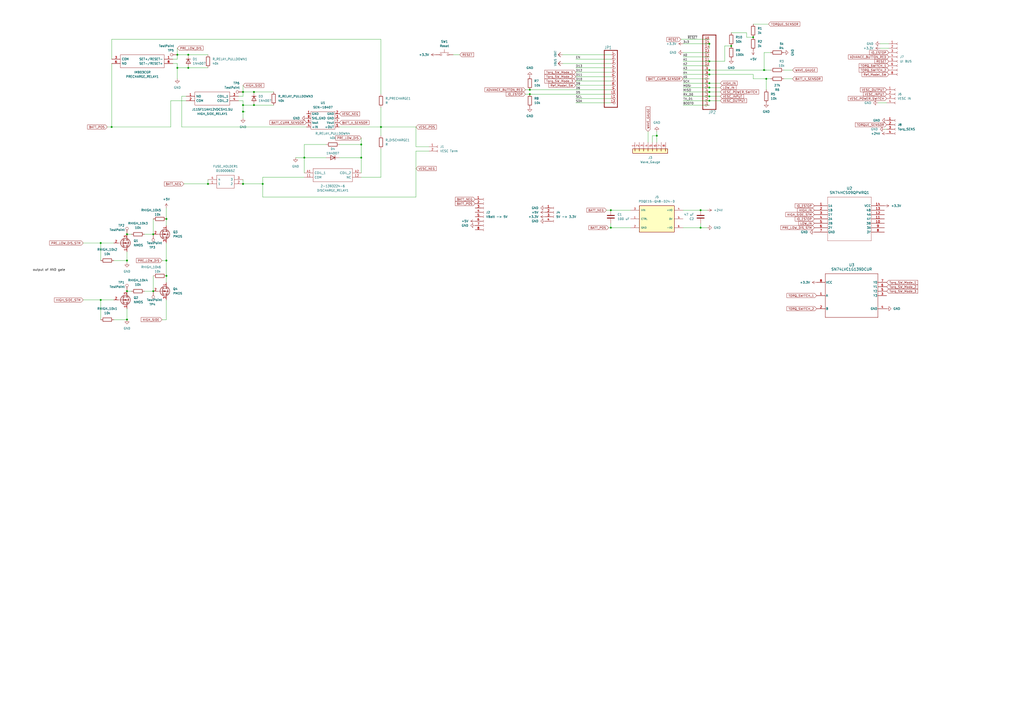
<source format=kicad_sch>
(kicad_sch (version 20230121) (generator eeschema)
  (paper "A2")
  (lib_symbols
    (symbol "+5V_1" (power) (pin_names (offset 0))
      (property "Value" "+5V_1" (at 0 3.556 0))
      (symbol "+5V_1_1_1"
        (pin power_in line (at 0 0 90) (length 0) hide (name "+5V") (number "1"))
      )
    )
    (symbol "Adafruit Feather STM32F405 Express-eagle-import:microbuilder_HEADER-1X12"
      (property "Reference" "JP" (at -6.35 18.415 0))
      (symbol "microbuilder_HEADER-1X12_1_0"
        (pin passive inverted (at -2.54 15.24 0) (length 2.54) (name "1") (number "1"))
        (pin passive inverted (at -2.54 -7.62 0) (length 2.54) (name "10") (number "10"))
        (pin passive inverted (at -2.54 -10.16 0) (length 2.54) (name "11") (number "11"))
        (pin passive inverted (at -2.54 -12.7 0) (length 2.54) (name "12") (number "12"))
        (pin passive inverted (at -2.54 12.7 0) (length 2.54) (name "2") (number "2"))
        (pin passive inverted (at -2.54 10.16 0) (length 2.54) (name "3") (number "3"))
        (pin passive inverted (at -2.54 7.62 0) (length 2.54) (name "4") (number "4"))
        (pin passive inverted (at -2.54 5.08 0) (length 2.54) (name "5") (number "5"))
        (pin passive inverted (at -2.54 2.54 0) (length 2.54) (name "6") (number "6"))
        (pin passive inverted (at -2.54 0 0) (length 2.54) (name "7") (number "7"))
        (pin passive inverted (at -2.54 -2.54 0) (length 2.54) (name "8") (number "8"))
        (pin passive inverted (at -2.54 -5.08 0) (length 2.54) (name "9") (number "9"))
      )
    )
    (symbol "Adafruit Feather STM32F405 Express-eagle-import:microbuilder_HEADER-1X16ROUND"
      (property "Reference" "JP" (at -6.35 20.955 0))
      (symbol "microbuilder_HEADER-1X16ROUND_1_0"
        (pin passive inverted (at -2.54 17.78 0) (length 2.54) (name "1") (number "1"))
        (pin passive inverted (at -2.54 -5.08 0) (length 2.54) (name "10") (number "10"))
        (pin passive inverted (at -2.54 -7.62 0) (length 2.54) (name "11") (number "11"))
        (pin passive inverted (at -2.54 -10.16 0) (length 2.54) (name "12") (number "12"))
        (pin passive inverted (at -2.54 -12.7 0) (length 2.54) (name "13") (number "13"))
        (pin passive inverted (at -2.54 -15.24 0) (length 2.54) (name "14") (number "14"))
        (pin passive inverted (at -2.54 -17.78 0) (length 2.54) (name "15") (number "15"))
        (pin passive inverted (at -2.54 -20.32 0) (length 2.54) (name "16") (number "16"))
        (pin passive inverted (at -2.54 15.24 0) (length 2.54) (name "2") (number "2"))
        (pin passive inverted (at -2.54 12.7 0) (length 2.54) (name "3") (number "3"))
        (pin passive inverted (at -2.54 10.16 0) (length 2.54) (name "4") (number "4"))
        (pin passive inverted (at -2.54 7.62 0) (length 2.54) (name "5") (number "5"))
        (pin passive inverted (at -2.54 5.08 0) (length 2.54) (name "6") (number "6"))
        (pin passive inverted (at -2.54 2.54 0) (length 2.54) (name "7") (number "7"))
        (pin passive inverted (at -2.54 0 0) (length 2.54) (name "8") (number "8"))
        (pin passive inverted (at -2.54 -2.54 0) (length 2.54) (name "9") (number "9"))
      )
    )
    (symbol "Adafruit Feather STM32F405 Express-eagle-import:microbuilder_VBAT" (power)
      (property "Value" "microbuilder_VBAT" (at -1.524 1.016 0))
      (symbol "microbuilder_VBAT_1_0"
        (pin power_in line (at 0 -2.54 90) (length 2.54) (name "VBAT") (number "1"))
      )
    )
    (symbol "Adafruit Feather STM32F405 Express-eagle-import:microbuilder_VBUS" (power)
      (property "Value" "microbuilder_VBUS" (at -1.524 1.016 0))
      (symbol "microbuilder_VBUS_1_0"
        (pin power_in line (at 0 -2.54 90) (length 2.54) (name "VBUS") (number "1"))
      )
    )
    (symbol "Connector:Conn_01x02_Socket" (pin_names (offset 1.016) hide)
      (property "Reference" "J" (at 0 2.54 0))
      (property "Value" "Conn_01x02_Socket" (at 0 -5.08 0))
      (symbol "Conn_01x02_Socket_1_1"
        (pin passive line (at -5.08 0 0) (length 3.81) (name "Pin_1") (number "1"))
        (pin passive line (at -5.08 -2.54 0) (length 3.81) (name "Pin_2") (number "2"))
      )
    )
    (symbol "Connector:Conn_01x04_Socket" (pin_names (offset 1.016) hide)
      (property "Reference" "J" (at 0 5.08 0))
      (property "Value" "Conn_01x04_Socket" (at 0 -7.62 0))
      (symbol "Conn_01x04_Socket_1_1"
        (pin passive line (at -5.08 2.54 0) (length 3.81) (name "Pin_1") (number "1"))
        (pin passive line (at -5.08 0 0) (length 3.81) (name "Pin_2") (number "2"))
        (pin passive line (at -5.08 -2.54 0) (length 3.81) (name "Pin_3") (number "3"))
        (pin passive line (at -5.08 -5.08 0) (length 3.81) (name "Pin_4") (number "4"))
      )
    )
    (symbol "Connector:Conn_01x08_Socket" (pin_names (offset 1.016) hide)
      (property "Reference" "J" (at 0 10.16 0))
      (property "Value" "Conn_01x08_Socket" (at 0 -12.7 0))
      (symbol "Conn_01x08_Socket_1_1"
        (pin passive line (at -5.08 7.62 0) (length 3.81) (name "Pin_1") (number "1"))
        (pin passive line (at -5.08 5.08 0) (length 3.81) (name "Pin_2") (number "2"))
        (pin passive line (at -5.08 2.54 0) (length 3.81) (name "Pin_3") (number "3"))
        (pin passive line (at -5.08 0 0) (length 3.81) (name "Pin_4") (number "4"))
        (pin passive line (at -5.08 -2.54 0) (length 3.81) (name "Pin_5") (number "5"))
        (pin passive line (at -5.08 -5.08 0) (length 3.81) (name "Pin_6") (number "6"))
        (pin passive line (at -5.08 -7.62 0) (length 3.81) (name "Pin_7") (number "7"))
        (pin passive line (at -5.08 -10.16 0) (length 3.81) (name "Pin_8") (number "8"))
      )
    )
    (symbol "Connector:TestPoint" (pin_numbers hide) (pin_names (offset 0.762) hide)
      (property "Reference" "TP" (at 0 6.858 0))
      (property "Value" "TestPoint" (at 0 5.08 0))
      (symbol "TestPoint_1_1"
        (pin passive line (at 0 0 90) (length 2.54) (name "1") (number "1"))
      )
    )
    (symbol "Connector_Generic:Conn_01x08" (pin_names (offset 1.016) hide)
      (property "Reference" "J" (at 0 10.16 0))
      (property "Value" "Conn_01x08" (at 0 -12.7 0))
      (symbol "Conn_01x08_1_1"
        (pin passive line (at -5.08 7.62 0) (length 3.81) (name "Pin_1") (number "1"))
        (pin passive line (at -5.08 5.08 0) (length 3.81) (name "Pin_2") (number "2"))
        (pin passive line (at -5.08 2.54 0) (length 3.81) (name "Pin_3") (number "3"))
        (pin passive line (at -5.08 0 0) (length 3.81) (name "Pin_4") (number "4"))
        (pin passive line (at -5.08 -2.54 0) (length 3.81) (name "Pin_5") (number "5"))
        (pin passive line (at -5.08 -5.08 0) (length 3.81) (name "Pin_6") (number "6"))
        (pin passive line (at -5.08 -7.62 0) (length 3.81) (name "Pin_7") (number "7"))
        (pin passive line (at -5.08 -10.16 0) (length 3.81) (name "Pin_8") (number "8"))
      )
    )
    (symbol "Device:C" (pin_numbers hide) (pin_names (offset 0.254))
      (property "Reference" "C" (at 0.635 2.54 0))
      (property "Value" "C" (at 0.635 -2.54 0))
      (symbol "C_1_1"
        (pin passive line (at 0 3.81 270) (length 2.794) (name "~") (number "1"))
        (pin passive line (at 0 -3.81 90) (length 2.794) (name "~") (number "2"))
      )
    )
    (symbol "Device:Q_PMOS_DGS" (pin_names (offset 0) hide)
      (property "Reference" "Q" (at 5.08 1.27 0))
      (property "Value" "Q_PMOS_DGS" (at 5.08 -1.27 0))
      (symbol "Q_PMOS_DGS_1_1"
        (pin passive line (at 2.54 5.08 270) (length 2.54) (name "D") (number "1"))
        (pin input line (at -5.08 0 0) (length 2.54) (name "G") (number "2"))
        (pin passive line (at 2.54 -5.08 90) (length 2.54) (name "S") (number "3"))
      )
    )
    (symbol "Device:R" (pin_numbers hide) (pin_names (offset 0))
      (property "Reference" "R" (at 2.032 0 90))
      (property "Value" "R" (at 0 0 90))
      (symbol "R_1_1"
        (pin passive line (at 0 3.81 270) (length 1.27) (name "~") (number "1"))
        (pin passive line (at 0 -3.81 90) (length 1.27) (name "~") (number "2"))
      )
    )
    (symbol "Diode:1N4007" (pin_numbers hide) (pin_names (offset 1.016) hide)
      (property "Reference" "D" (at 0 2.54 0))
      (property "Value" "1N4007" (at 0 -2.54 0))
      (symbol "1N4007_1_1"
        (pin passive line (at -3.81 0 0) (length 2.54) (name "K") (number "1"))
        (pin passive line (at 3.81 0 180) (length 2.54) (name "A") (number "2"))
      )
    )
    (symbol "GND_1" (power) (pin_names (offset 0))
      (property "Value" "GND_1" (at 0 -3.81 0))
      (symbol "GND_1_1_1"
        (pin power_in line (at 0 0 270) (length 0) hide (name "GND") (number "1"))
      )
    )
    (symbol "GND_2" (power) (pin_names (offset 0))
      (property "Value" "GND_2" (at 0 -3.81 0))
      (symbol "GND_2_1_1"
        (pin power_in line (at 0 0 270) (length 0) hide (name "GND") (number "1"))
      )
    )
    (symbol "GND_3" (power) (pin_names (offset 0))
      (property "Value" "GND_3" (at 0 -3.81 0))
      (symbol "GND_3_1_1"
        (pin power_in line (at 0 0 270) (length 0) hide (name "GND") (number "1"))
      )
    )
    (symbol "GND_6" (power) (pin_names (offset 0))
      (property "Value" "GND_6" (at 0 -3.81 0))
      (symbol "GND_6_1_1"
        (pin power_in line (at 0 0 270) (length 0) hide (name "GND") (number "1"))
      )
    )
    (symbol "GND_7" (power) (pin_names (offset 0))
      (property "Value" "GND_7" (at 0 -3.81 0))
      (symbol "GND_7_1_1"
        (pin power_in line (at 0 0 270) (length 0) hide (name "GND") (number "1"))
      )
    )
    (symbol "Kelvin's_Lib:PDQE15-Q48-D24-D" (pin_names (offset 1.016))
      (property "Reference" "PS" (at -10.16 8.382 0))
      (property "Value" "PDQE15-Q48-D24-D" (at -10.16 -10.16 0))
      (symbol "PDQE15-Q48-D24-D_0_0"
        (pin input line (at -15.24 0 0) (length 5.08) (name "CTRL") (number "1"))
        (pin power_in line (at -15.24 -5.08 0) (length 5.08) (name "GND") (number "2"))
        (pin input line (at -15.24 5.08 0) (length 5.08) (name "VIN") (number "3"))
        (pin output line (at 15.24 5.08 180) (length 5.08) (name "+VO") (number "4"))
        (pin output line (at 15.24 0 180) (length 5.08) (name "0V") (number "5"))
        (pin output line (at 15.24 -5.08 180) (length 5.08) (name "-VO") (number "6"))
      )
    )
    (symbol "MECC-Discharge-relay:2-1393224-6" (pin_names (offset 0.762))
      (property "Reference" "DISCHARGE_RELAY1" (at 16.51 -10.16 0))
      (property "Value" "2-1393224-6" (at 16.51 -7.62 0))
      (symbol "2-1393224-6_0_0"
        (pin passive line (at 0 -2.54 0) (length 5.08) (name "COM") (number "11"))
        (pin passive line (at 33.02 -2.54 180) (length 5.08) (name "NC") (number "12"))
        (pin passive line (at 0 0 0) (length 5.08) (name "COIL_1") (number "A1"))
        (pin passive line (at 33.02 0 180) (length 5.08) (name "COIL_2") (number "A2"))
      )
    )
    (symbol "MECC-Fuse-holder:01000065Z" (pin_names (offset 0.762))
      (property "Reference" "F" (at 16.51 7.62 0))
      (property "Value" "01000065Z" (at 16.51 5.08 0))
      (symbol "01000065Z_0_0"
        (pin passive line (at 0 -2.54 0) (length 5.08) (name "1") (number "1"))
        (pin passive line (at 20.32 -2.54 180) (length 5.08) (name "2") (number "2"))
        (pin passive line (at 20.32 0 180) (length 5.08) (name "3") (number "3"))
        (pin passive line (at 0 0 0) (length 5.08) (name "4") (number "4"))
      )
    )
    (symbol "MECC-HV-relay:J115F11AH12VDCSH1.5U" (pin_names (offset 0.762))
      (property "Reference" "K" (at 26.67 7.62 0))
      (property "Value" "J115F11AH12VDCSH1.5U" (at 26.67 5.08 0))
      (property "Footprint" "J115F11AH12VDCSH15U" (at 26.67 2.54 0))
      (symbol "J115F11AH12VDCSH1.5U_0_0"
        (pin passive line (at 0 0 0) (length 5.08) (name "NO") (number "1"))
        (pin passive line (at 0 -2.54 0) (length 5.08) (name "COM") (number "2"))
        (pin passive line (at 30.48 0 180) (length 5.08) (name "COIL_1") (number "3"))
        (pin passive line (at 30.48 -2.54 180) (length 5.08) (name "COIL_2") (number "4"))
      )
    )
    (symbol "MECC-Precharge-relay:IMB03CGR" (pin_names (offset 0.762))
      (property "Reference" "K" (at 31.75 7.62 0))
      (property "Value" "IMB03CGR" (at 31.75 5.08 0))
      (symbol "IMB03CGR_0_0"
        (pin passive line (at 0 -2.54 0) (length 5.08) (name "SET+/RESET-") (number "1"))
        (pin passive line (at 35.56 -2.54 180) (length 5.08) (name "COM") (number "3"))
        (pin passive line (at 35.56 0 180) (length 5.08) (name "NO") (number "6"))
        (pin passive line (at 0 0 0) (length 5.08) (name "SET-/RESET+") (number "8"))
      )
    )
    (symbol "MECC-SEN-16407:SEN-16407"
      (property "Reference" "U1" (at 6.985 5.08 0))
      (property "Value" "SEN-16407" (at 6.985 2.54 0))
      (symbol "SEN-16407_1_1"
        (pin passive line (at -2.54 -1.27 0) (length 2.54) (name "GND") (number "1"))
        (pin passive line (at 16.51 -1.27 180) (length 2.54) (name "GND") (number "2"))
        (pin passive line (at 16.51 -3.81 180) (length 2.54) (name "GND") (number "3"))
        (pin bidirectional line (at -2.54 -8.89 0) (length 2.54) (name "+IN") (number "4"))
        (pin bidirectional line (at 16.51 -8.89 180) (length 2.54) (name "+OUT") (number "5"))
        (pin output line (at -2.54 -6.35 0) (length 2.54) (name "Iout") (number "6"))
        (pin output line (at 16.51 -6.35 180) (length 2.54) (name "Vout") (number "7"))
        (pin passive line (at -2.54 -3.81 0) (length 2.54) (name "SIG_GND") (number "8"))
      )
    )
    (symbol "SN74HCS09QPWRQ1:SN74HCS09QPWRQ1" (pin_names (offset 0.254))
      (property "Reference" "U" (at 20.32 10.16 0))
      (property "Value" "SN74HCS09QPWRQ1" (at 20.32 7.62 0))
      (symbol "SN74HCS09QPWRQ1_0_1"
        (pin input line (at 0 0 0) (length 7.62) (name "1A") (number "1"))
        (pin input line (at 40.64 -10.16 180) (length 7.62) (name "3B") (number "10"))
        (pin output line (at 40.64 -7.62 180) (length 7.62) (name "4Y") (number "11"))
        (pin input line (at 40.64 -5.08 180) (length 7.62) (name "4A") (number "12"))
        (pin input line (at 40.64 -2.54 180) (length 7.62) (name "4B") (number "13"))
        (pin power_in line (at 40.64 0 180) (length 7.62) (name "VCC") (number "14"))
        (pin input line (at 0 -2.54 0) (length 7.62) (name "1B") (number "2"))
        (pin output line (at 0 -5.08 0) (length 7.62) (name "1Y") (number "3"))
        (pin input line (at 0 -7.62 0) (length 7.62) (name "2A") (number "4"))
        (pin input line (at 0 -10.16 0) (length 7.62) (name "2B") (number "5"))
        (pin output line (at 0 -12.7 0) (length 7.62) (name "2Y") (number "6"))
        (pin power_out line (at 0 -15.24 0) (length 7.62) (name "GND") (number "7"))
        (pin output line (at 40.64 -15.24 180) (length 7.62) (name "3Y") (number "8"))
        (pin input line (at 40.64 -12.7 180) (length 7.62) (name "3A") (number "9"))
      )
    )
    (symbol "SN74LVC1G139DCUR:SN74LVC1G139DCUR" (pin_names (offset 0.254))
      (property "Reference" "U" (at 0 2.54 0))
      (property "Value" "SN74LVC1G139DCUR" (at 0 0 0))
      (symbol "SN74LVC1G139DCUR_0_1"
        (pin input line (at -20.32 0 0) (length 5.08) (name "A") (number "1"))
        (pin input line (at -20.32 -7.62 0) (length 5.08) (name "B") (number "2"))
        (pin output line (at 20.32 0 180) (length 5.08) (name "Y3") (number "3"))
        (pin power_in line (at 20.32 -7.62 180) (length 5.08) (name "GND") (number "4"))
        (pin output line (at 20.32 2.54 180) (length 5.08) (name "Y2") (number "5"))
        (pin output line (at 20.32 5.08 180) (length 5.08) (name "Y1") (number "6"))
        (pin output line (at 20.32 7.62 180) (length 5.08) (name "Y0") (number "7"))
        (pin power_in line (at -20.32 7.62 0) (length 5.08) (name "VCC") (number "8"))
      )
    )
    (symbol "Switch:SW_Push" (pin_numbers hide) (pin_names (offset 1.016) hide)
      (property "Reference" "SW" (at 1.27 2.54 0))
      (property "Value" "SW_Push" (at 0 -1.524 0))
      (symbol "SW_Push_0_1"
        (pin passive line (at -5.08 0 0) (length 2.54) (name "1") (number "1"))
        (pin passive line (at 5.08 0 180) (length 2.54) (name "2") (number "2"))
      )
    )
    (symbol "Transistor_FET:2N7000" (pin_names hide)
      (property "Reference" "Q" (at 5.08 1.905 0))
      (property "Value" "2N7000" (at 5.08 0 0))
      (symbol "2N7000_1_1"
        (pin passive line (at 2.54 -5.08 90) (length 2.54) (name "S") (number "1"))
        (pin input line (at -5.08 0 0) (length 2.54) (name "G") (number "2"))
        (pin passive line (at 2.54 5.08 270) (length 2.54) (name "D") (number "3"))
      )
    )
    (symbol "power:+24V" (power) (pin_names (offset 0))
      (property "Value" "+24V" (at 0 3.556 0))
      (symbol "+24V_1_1"
        (pin power_in line (at 0 0 90) (length 0) hide (name "+24V") (number "1"))
      )
    )
    (symbol "power:+3.3V" (power) (pin_names (offset 0))
      (property "Value" "+3.3V" (at 0 3.556 0))
      (symbol "+3.3V_1_1"
        (pin power_in line (at 0 0 90) (length 0) hide (name "+3.3V") (number "1"))
      )
    )
    (symbol "power:+5V" (power) (pin_names (offset 0))
      (property "Value" "+5V" (at 0 3.556 0))
      (symbol "+5V_1_1"
        (pin power_in line (at 0 0 90) (length 0) hide (name "+5V") (number "1"))
      )
    )
    (symbol "power:GND" (power) (pin_names (offset 0))
      (property "Value" "GND" (at 0 -3.81 0))
      (symbol "GND_1_1"
        (pin power_in line (at 0 0 270) (length 0) hide (name "GND") (number "1"))
      )
    )
  )
  (junction (at 411.48 48.26))
  (junction (at 436.88 21.59))
  (junction (at 411.48 53.34))
  (junction (at 307.34 52.07))
  (junction (at 381 78.74))
  (junction (at 96.52 151.13))
  (junction (at 58.42 140.97))
  (junction (at 444.5 45.72))
  (junction (at 120.65 106.68))
  (junction (at 140.97 60.96))
  (junction (at 88.9 135.89))
  (junction (at 109.22 31.75))
  (junction (at 209.55 91.44))
  (junction (at 147.32 53.34))
  (junction (at 354.33 132.08))
  (junction (at 73.66 135.89))
  (junction (at 64.77 73.66))
  (junction (at 411.48 50.8))
  (junction (at 96.52 127))
  (junction (at 140.97 64.77))
  (junction (at 88.9 168.91))
  (junction (at 176.53 91.44))
  (junction (at 73.66 168.91))
  (junction (at 109.22 39.37))
  (junction (at 411.48 40.64))
  (junction (at 411.48 43.18))
  (junction (at 102.87 39.37))
  (junction (at 152.4 106.68))
  (junction (at 424.18 26.67))
  (junction (at 406.4 132.08))
  (junction (at 140.97 106.68))
  (junction (at 73.66 151.13))
  (junction (at 406.4 121.92))
  (junction (at 73.66 185.42))
  (junction (at 354.33 121.92))
  (junction (at 147.32 60.96))
  (junction (at 307.34 54.61))
  (junction (at 411.48 55.88))
  (junction (at 411.48 25.4))
  (junction (at 96.52 160.02))
  (junction (at 443.23 40.64))
  (junction (at 140.97 53.34))
  (junction (at 209.55 83.82))
  (junction (at 411.48 58.42))
  (junction (at 58.42 173.99))
  (junction (at 411.48 35.56))
  (junction (at 220.98 73.66))
  (junction (at 102.87 31.75))
  (wire (pts (xy 102.87 39.37) (xy 102.87 45.72)))
  (wire (pts (xy 411.48 58.42) (xy 417.83 58.42)) (stroke (width 0.1524)))
  (wire (pts (xy 109.22 31.75) (xy 120.65 31.75)))
  (wire (pts (xy 140.97 60.96) (xy 140.97 64.77)))
  (wire (pts (xy 140.97 104.14) (xy 140.97 106.68)))
  (wire (pts (xy 58.42 151.13) (xy 58.42 140.97)))
  (wire (pts (xy 396.24 132.08) (xy 406.4 132.08)))
  (wire (pts (xy 140.97 55.88) (xy 138.43 55.88)))
  (wire (pts (xy 353.06 132.08) (xy 354.33 132.08)))
  (wire (pts (xy 96.52 140.97) (xy 96.52 151.13)))
  (wire (pts (xy 96.52 151.13) (xy 96.52 160.02)))
  (wire (pts (xy 102.87 31.75) (xy 102.87 34.29)))
  (wire (pts (xy 436.88 13.97) (xy 445.77 13.97)))
  (wire (pts (xy 73.66 151.13) (xy 73.66 152.4)))
  (wire (pts (xy 354.33 57.15) (xy 334.01 57.15)) (stroke (width 0.1524)))
  (wire (pts (xy 152.4 102.87) (xy 176.53 102.87)))
  (wire (pts (xy 96.52 160.02) (xy 96.52 163.83)))
  (wire (pts (xy 152.4 106.68) (xy 152.4 114.3)))
  (wire (pts (xy 73.66 146.05) (xy 73.66 151.13)))
  (wire (pts (xy 107.95 58.42) (xy 99.06 58.42)))
  (wire (pts (xy 411.48 25.4) (xy 411.48 27.94)) (stroke (width 0.1524)))
  (wire (pts (xy 351.79 121.92) (xy 354.33 121.92)))
  (wire (pts (xy 509.27 59.69) (xy 514.35 59.69)))
  (wire (pts (xy 220.98 86.36) (xy 220.98 102.87)))
  (wire (pts (xy 99.06 73.66) (xy 64.77 73.66)))
  (wire (pts (xy 105.41 55.88) (xy 107.95 55.88)))
  (wire (pts (xy 176.53 100.33) (xy 176.53 91.44)))
  (wire (pts (xy 196.85 73.66) (xy 220.98 73.66)))
  (wire (pts (xy 354.33 132.08) (xy 354.33 129.54)))
  (wire (pts (xy 105.41 55.88) (xy 105.41 73.66)))
  (wire (pts (xy 209.55 80.01) (xy 209.55 83.82)))
  (wire (pts (xy 304.8 54.61) (xy 307.34 54.61)) (stroke (width 0.1524)))
  (wire (pts (xy 354.33 44.45) (xy 334.01 44.45)) (stroke (width 0.1524)))
  (wire (pts (xy 140.97 53.34) (xy 147.32 53.34)))
  (wire (pts (xy 307.34 52.07) (xy 354.33 52.07)) (stroke (width 0.1524)))
  (wire (pts (xy 420.37 26.67) (xy 424.18 26.67)))
  (wire (pts (xy 410.21 132.08) (xy 406.4 132.08)))
  (wire (pts (xy 381 78.74) (xy 381 82.55)))
  (wire (pts (xy 140.97 49.53) (xy 140.97 53.34)))
  (wire (pts (xy 96.52 173.99) (xy 96.52 185.42)))
  (wire (pts (xy 354.33 49.53) (xy 334.01 49.53)) (stroke (width 0.1524)))
  (wire (pts (xy 326.39 31.75) (xy 354.33 31.75)) (stroke (width 0.1524)))
  (wire (pts (xy 241.3 73.66) (xy 241.3 85.09)))
  (wire (pts (xy 354.33 121.92) (xy 365.76 121.92)))
  (wire (pts (xy 396.24 53.34) (xy 411.48 53.34)) (stroke (width 0.1524)))
  (wire (pts (xy 334.01 34.29) (xy 354.33 34.29)) (stroke (width 0.1524)))
  (wire (pts (xy 354.33 39.37) (xy 334.01 39.37)) (stroke (width 0.1524)))
  (wire (pts (xy 444.5 45.72) (xy 443.23 45.72)))
  (wire (pts (xy 396.24 25.4) (xy 411.48 25.4)) (stroke (width 0.1524)))
  (wire (pts (xy 105.41 73.66) (xy 177.8 73.66)))
  (wire (pts (xy 83.82 168.91) (xy 88.9 168.91)))
  (wire (pts (xy 444.5 45.72) (xy 444.5 52.07)))
  (wire (pts (xy 176.53 91.44) (xy 189.23 91.44)))
  (wire (pts (xy 354.33 132.08) (xy 365.76 132.08)))
  (wire (pts (xy 396.24 60.96) (xy 411.48 60.96)) (stroke (width 0.1524)))
  (wire (pts (xy 140.97 64.77) (xy 142.24 64.77)))
  (wire (pts (xy 140.97 60.96) (xy 140.97 58.42)))
  (wire (pts (xy 102.87 31.75) (xy 109.22 31.75)))
  (wire (pts (xy 66.04 151.13) (xy 73.66 151.13)))
  (wire (pts (xy 420.37 35.56) (xy 420.37 26.67)))
  (wire (pts (xy 443.23 30.48) (xy 443.23 40.64)))
  (wire (pts (xy 64.77 36.83) (xy 64.77 73.66)))
  (wire (pts (xy 220.98 73.66) (xy 220.98 78.74)))
  (wire (pts (xy 96.52 120.65) (xy 96.52 127)))
  (wire (pts (xy 220.98 54.61) (xy 220.98 22.86)))
  (wire (pts (xy 411.48 48.26) (xy 396.24 48.26)) (stroke (width 0.1524)))
  (wire (pts (xy 436.88 43.18) (xy 436.88 45.72)) (stroke (width 0.1524)))
  (wire (pts (xy 109.22 39.37) (xy 120.65 39.37)))
  (wire (pts (xy 411.48 38.1) (xy 396.24 38.1)) (stroke (width 0.1524)))
  (wire (pts (xy 406.4 132.08) (xy 406.4 129.54)))
  (wire (pts (xy 436.88 45.72) (xy 443.23 45.72)) (stroke (width 0.1524)))
  (wire (pts (xy 76.2 168.91) (xy 73.66 168.91)))
  (wire (pts (xy 411.48 43.18) (xy 396.24 43.18)) (stroke (width 0.1524)))
  (wire (pts (xy 354.33 36.83) (xy 326.39 36.83)) (stroke (width 0.1524)))
  (wire (pts (xy 424.18 19.05) (xy 433.07 19.05)))
  (wire (pts (xy 454.66 40.64) (xy 459.74 40.64)))
  (wire (pts (xy 411.48 55.88) (xy 417.83 55.88)) (stroke (width 0.1524)))
  (wire (pts (xy 140.97 60.96) (xy 147.32 60.96)))
  (wire (pts (xy 378.46 78.74) (xy 381 78.74)))
  (wire (pts (xy 375.92 76.2) (xy 375.92 82.55)))
  (wire (pts (xy 58.42 173.99) (xy 66.04 173.99)))
  (wire (pts (xy 307.34 54.61) (xy 309.88 54.61)))
  (wire (pts (xy 100.33 36.83) (xy 102.87 36.83)))
  (wire (pts (xy 88.9 160.02) (xy 88.9 168.91)))
  (wire (pts (xy 120.65 106.68) (xy 106.68 106.68)))
  (wire (pts (xy 411.48 40.64) (xy 443.23 40.64)) (stroke (width 0.1524)))
  (wire (pts (xy 220.98 22.86) (xy 64.77 22.86)))
  (wire (pts (xy 120.65 104.14) (xy 120.65 106.68)))
  (wire (pts (xy 241.3 87.63) (xy 248.92 87.63)))
  (wire (pts (xy 396.24 58.42) (xy 411.48 58.42)) (stroke (width 0.1524)))
  (wire (pts (xy 411.48 50.8) (xy 396.24 50.8)) (stroke (width 0.1524)))
  (wire (pts (xy 443.23 40.64) (xy 447.04 40.64)) (stroke (width 0.1524)))
  (wire (pts (xy 510.54 25.4) (xy 515.62 25.4)))
  (wire (pts (xy 241.3 73.66) (xy 220.98 73.66)))
  (wire (pts (xy 102.87 39.37) (xy 109.22 39.37)))
  (wire (pts (xy 396.24 121.92) (xy 406.4 121.92)))
  (wire (pts (xy 196.85 83.82) (xy 209.55 83.82)))
  (wire (pts (xy 309.88 54.61) (xy 354.33 54.61)) (stroke (width 0.1524)))
  (wire (pts (xy 411.48 48.26) (xy 417.83 48.26)) (stroke (width 0.1524)))
  (wire (pts (xy 147.32 60.96) (xy 158.75 60.96)))
  (wire (pts (xy 411.48 50.8) (xy 417.83 50.8)) (stroke (width 0.1524)))
  (wire (pts (xy 334.01 46.99) (xy 354.33 46.99)) (stroke (width 0.1524)))
  (wire (pts (xy 411.48 22.86) (xy 398.78 22.86)) (stroke (width 0.1524)))
  (wire (pts (xy 138.43 58.42) (xy 140.97 58.42)))
  (wire (pts (xy 147.32 53.34) (xy 158.75 53.34)))
  (wire (pts (xy 58.42 173.99) (xy 58.42 185.42)))
  (wire (pts (xy 411.48 33.02) (xy 396.24 33.02)) (stroke (width 0.1524)))
  (wire (pts (xy 420.37 35.56) (xy 411.48 35.56)))
  (wire (pts (xy 96.52 151.13) (xy 93.98 151.13)))
  (wire (pts (xy 396.24 45.72) (xy 411.48 45.72)) (stroke (width 0.1524)))
  (wire (pts (xy 411.48 43.18) (xy 436.88 43.18)) (stroke (width 0.1524)))
  (wire (pts (xy 411.48 55.88) (xy 396.24 55.88)) (stroke (width 0.1524)))
  (wire (pts (xy 189.23 83.82) (xy 176.53 83.82)))
  (wire (pts (xy 396.24 40.64) (xy 411.48 40.64)) (stroke (width 0.1524)))
  (wire (pts (xy 433.07 19.05) (xy 433.07 21.59)))
  (wire (pts (xy 443.23 30.48) (xy 447.04 30.48)))
  (wire (pts (xy 410.21 121.92) (xy 406.4 121.92)))
  (wire (pts (xy 171.45 91.44) (xy 176.53 91.44)))
  (wire (pts (xy 454.66 45.72) (xy 459.74 45.72)))
  (wire (pts (xy 64.77 22.86) (xy 64.77 34.29)))
  (wire (pts (xy 334.01 59.69) (xy 354.33 59.69)) (stroke (width 0.1524)))
  (wire (pts (xy 378.46 82.55) (xy 378.46 78.74)))
  (wire (pts (xy 140.97 68.58) (xy 140.97 64.77)))
  (wire (pts (xy 394.97 22.86) (xy 398.78 22.86)))
  (wire (pts (xy 209.55 91.44) (xy 209.55 100.33)))
  (wire (pts (xy 513.08 74.93) (xy 514.35 74.93)))
  (wire (pts (xy 99.06 58.42) (xy 99.06 73.66)))
  (wire (pts (xy 96.52 127) (xy 96.52 130.81)))
  (wire (pts (xy 433.07 21.59) (xy 436.88 21.59)))
  (wire (pts (xy 444.5 45.72) (xy 447.04 45.72)))
  (wire (pts (xy 152.4 106.68) (xy 152.4 102.87)))
  (wire (pts (xy 381 76.2) (xy 381 78.74)))
  (wire (pts (xy 93.98 185.42) (xy 96.52 185.42)))
  (wire (pts (xy 304.8 52.07) (xy 307.34 52.07)) (stroke (width 0.1524)))
  (wire (pts (xy 62.23 73.66) (xy 64.77 73.66)))
  (wire (pts (xy 396.24 35.56) (xy 411.48 35.56)) (stroke (width 0.1524)))
  (wire (pts (xy 48.26 173.99) (xy 58.42 173.99)))
  (wire (pts (xy 76.2 135.89) (xy 73.66 135.89)))
  (wire (pts (xy 411.48 53.34) (xy 417.83 53.34)) (stroke (width 0.1524)))
  (wire (pts (xy 196.85 91.44) (xy 209.55 91.44)))
  (wire (pts (xy 396.24 30.48) (xy 411.48 30.48)))
  (wire (pts (xy 241.3 85.09) (xy 248.92 85.09)))
  (wire (pts (xy 102.87 39.37) (xy 102.87 36.83)))
  (wire (pts (xy 48.26 140.97) (xy 58.42 140.97)))
  (wire (pts (xy 88.9 127) (xy 88.9 135.89)))
  (wire (pts (xy 73.66 179.07) (xy 73.66 185.42)))
  (wire (pts (xy 140.97 106.68) (xy 152.4 106.68)))
  (wire (pts (xy 220.98 62.23) (xy 220.98 73.66)))
  (wire (pts (xy 140.97 53.34) (xy 140.97 55.88)))
  (wire (pts (xy 152.4 114.3) (xy 241.3 114.3)))
  (wire (pts (xy 66.04 185.42) (xy 73.66 185.42)))
  (wire (pts (xy 443.23 40.64) (xy 444.5 40.64)))
  (wire (pts (xy 58.42 140.97) (xy 66.04 140.97)))
  (wire (pts (xy 220.98 102.87) (xy 209.55 102.87)))
  (wire (pts (xy 241.3 87.63) (xy 241.3 114.3)))
  (wire (pts (xy 176.53 83.82) (xy 176.53 91.44)))
  (wire (pts (xy 102.87 27.94) (xy 102.87 31.75)))
  (wire (pts (xy 334.01 41.91) (xy 354.33 41.91)) (stroke (width 0.1524)))
  (wire (pts (xy 83.82 135.89) (xy 88.9 135.89)))
  (wire (pts (xy 102.87 34.29) (xy 100.33 34.29)))
  (wire (pts (xy 209.55 83.82) (xy 209.55 91.44)))
  (wire (pts (xy 262.89 31.75) (xy 266.7 31.75)))
  (wire (pts (xy 510.54 27.94) (xy 515.62 27.94)))
  (label "D11" (at 334.01 44.45 0) (effects (font (size 1.2446 1.2446))))
  (label "A3" (at 396.24 40.64 0) (effects (font (size 1.2446 1.2446))))
  (label "output of AND gate" (at 19.05 157.48 0))
  (label "MOSI" (at 396.24 50.8 0) (effects (font (size 1.2446 1.2446))))
  (label "3v3" (at 396.24 25.4 0))
  (label "A5" (at 396.24 45.72 0) (effects (font (size 1.2446 1.2446))))
  (label "D13" (at 334.01 39.37 0) (effects (font (size 1.2446 1.2446))))
  (label "EN" (at 334.01 34.29 0) (effects (font (size 1.2446 1.2446))))
  (label "D5" (at 334.01 54.61 0) (effects (font (size 1.2446 1.2446))))
  (label "RX_D0" (at 396.24 55.88 0) (effects (font (size 1.2446 1.2446))))
  (label "SDA" (at 334.01 59.69 0) (effects (font (size 1.2446 1.2446))))
  (label "D6" (at 334.01 52.07 0) (effects (font (size 1.2446 1.2446))))
  (label "D9" (at 334.01 49.53 0) (effects (font (size 1.2446 1.2446))))
  (label "A2" (at 396.24 38.1 0) (effects (font (size 1.2446 1.2446))))
  (label "D10" (at 334.01 46.99 0) (effects (font (size 1.2446 1.2446))))
  (label "TX_D1" (at 396.24 58.42 0) (effects (font (size 1.2446 1.2446))))
  (label "A0" (at 396.24 33.02 0) (effects (font (size 1.2446 1.2446))))
  (label "SCL" (at 334.01 57.15 0) (effects (font (size 1.2446 1.2446))))
  (label "MISO" (at 396.24 53.34 0) (effects (font (size 1.2446 1.2446))))
  (label "A1" (at 396.24 35.56 0) (effects (font (size 1.2446 1.2446))))
  (label "A4" (at 396.24 43.18 0) (effects (font (size 1.2446 1.2446))))
  (label "D12" (at 334.01 41.91 0) (effects (font (size 1.2446 1.2446))))
  (label "~{RESET}" (at 398.78 22.86 0) (effects (font (size 1.2446 1.2446))))
  (label "BOOT0" (at 396.24 60.96 0) (effects (font (size 1.2446 1.2446))))
  (label "SCK" (at 396.24 48.26 0) (effects (font (size 1.2446 1.2446))))
  (global_label "VESC_POS" (shape input) (at 241.3 73.66 0) (property "Intersheetrefs" "${INTERSHEET_REFS}" (effects hide)))
  (global_label "BATT_V_SENSOR" (shape input) (at 196.85 71.12 0) (property "Intersheetrefs" "${INTERSHEET_REFS}" (effects hide)))
  (global_label "HIGH_SIDE" (shape input) (at 93.98 185.42 180) (property "Intersheetrefs" "${INTERSHEET_REFS}" (effects hide)))
  (global_label "VESC_INPUT" (shape input) (at 514.35 54.61 180) (property "Intersheetrefs" "${INTERSHEET_REFS}" (effects hide)))
  (global_label "TORQUE_SENSOR" (shape input) (at 445.77 13.97 0) (property "Intersheetrefs" "${INTERSHEET_REFS}" (effects hide)))
  (global_label "LOW_IN" (shape input) (at 472.44 129.54 180) (property "Intersheetrefs" "${INTERSHEET_REFS}" (effects hide)))
  (global_label "Torq_SW_Mode_2" (shape input) (at 514.35 166.37 0) (property "Intersheetrefs" "${INTERSHEET_REFS}" (effects hide)))
  (global_label "Torq_SW_Mode_1" (shape input) (at 514.35 163.83 0) (property "Intersheetrefs" "${INTERSHEET_REFS}" (effects hide)))
  (global_label "PRE_LOW_DIS" (shape input) (at 102.87 27.94 0) (property "Intersheetrefs" "${INTERSHEET_REFS}" (effects hide)))
  (global_label "BATT_NEG" (shape input) (at 351.79 121.92 180) (property "Intersheetrefs" "${INTERSHEET_REFS}" (effects hide)))
  (global_label "BATT_POS" (shape input) (at 353.06 132.08 180) (property "Intersheetrefs" "${INTERSHEET_REFS}" (effects hide)))
  (global_label "VESC_POWER_SWITCH" (shape input) (at 417.83 53.34 0) (property "Intersheetrefs" "${INTERSHEET_REFS}" (effects hide)))
  (global_label "IO_ESTOP" (shape input) (at 304.8 54.61 180) (property "Intersheetrefs" "${INTERSHEET_REFS}" (effects hide)))
  (global_label "TORQUE_SENSOR" (shape input) (at 514.35 72.39 180) (property "Intersheetrefs" "${INTERSHEET_REFS}" (effects hide)))
  (global_label "HIGH_SIDE" (shape input) (at 140.97 49.53 0) (property "Intersheetrefs" "${INTERSHEET_REFS}" (effects hide)))
  (global_label "PRE_LOW_DIS" (shape input) (at 93.98 151.13 180) (property "Intersheetrefs" "${INTERSHEET_REFS}" (effects hide)))
  (global_label "BATT_V_SENSOR" (shape input) (at 459.74 45.72 0) (property "Intersheetrefs" "${INTERSHEET_REFS}" (effects hide)))
  (global_label "VESC_NEG" (shape input) (at 241.3 97.79 0) (property "Intersheetrefs" "${INTERSHEET_REFS}" (effects hide)))
  (global_label "RESET" (shape input) (at 266.7 31.75 0) (property "Intersheetrefs" "${INTERSHEET_REFS}" (effects hide)))
  (global_label "PRE_LOW_DIS_STM" (shape input) (at 48.26 140.97 180) (property "Intersheetrefs" "${INTERSHEET_REFS}" (effects hide)))
  (global_label "BATT_POS" (shape input) (at 62.23 73.66 180) (property "Intersheetrefs" "${INTERSHEET_REFS}" (effects hide)))
  (global_label "HIGH_IN" (shape input) (at 417.83 48.26 0) (property "Intersheetrefs" "${INTERSHEET_REFS}" (effects hide)))
  (global_label "BATT_CURR_SENSOR" (shape input) (at 396.24 45.72 180) (property "Intersheetrefs" "${INTERSHEET_REFS}" (effects hide)))
  (global_label "IO_ESTOP" (shape input) (at 472.44 127 180) (property "Intersheetrefs" "${INTERSHEET_REFS}" (effects hide)))
  (global_label "WAVE_GAUGE" (shape input) (at 375.92 76.2 90) (property "Intersheetrefs" "${INTERSHEET_REFS}" (effects hide)))
  (global_label "ADVANCE_BUTTON_RED" (shape input) (at 515.62 33.02 180) (property "Intersheetrefs" "${INTERSHEET_REFS}" (effects hide)))
  (global_label "TORQ_SWITCH_2" (shape input) (at 473.71 179.07 180) (property "Intersheetrefs" "${INTERSHEET_REFS}" (effects hide)))
  (global_label "BATT_NEG" (shape input) (at 275.59 115.57 180) (property "Intersheetrefs" "${INTERSHEET_REFS}" (effects hide)))
  (global_label "ADVANCE_BUTTON_RED" (shape input) (at 304.8 52.07 180) (property "Intersheetrefs" "${INTERSHEET_REFS}" (effects hide)))
  (global_label "IO_ESTOP" (shape input) (at 472.44 119.38 180) (property "Intersheetrefs" "${INTERSHEET_REFS}" (effects hide)))
  (global_label "Torq_SW_Mode_3" (shape input) (at 514.35 168.91 0) (property "Intersheetrefs" "${INTERSHEET_REFS}" (effects hide)))
  (global_label "Ref_Model_SW" (shape input) (at 334.01 49.53 180) (property "Intersheetrefs" "${INTERSHEET_REFS}" (effects hide)))
  (global_label "VESC_POWER_SWITCH" (shape input) (at 514.35 57.15 180) (property "Intersheetrefs" "${INTERSHEET_REFS}" (effects hide)))
  (global_label "LOW_IN" (shape input) (at 417.83 50.8 0) (property "Intersheetrefs" "${INTERSHEET_REFS}" (effects hide)))
  (global_label "Torq_SW_Mode_3" (shape input) (at 334.01 46.99 180) (property "Intersheetrefs" "${INTERSHEET_REFS}" (effects hide)))
  (global_label "VESC_OUTPUT" (shape input) (at 514.35 52.07 180) (property "Intersheetrefs" "${INTERSHEET_REFS}" (effects hide)))
  (global_label "HIGH_IN" (shape input) (at 472.44 121.92 180) (property "Intersheetrefs" "${INTERSHEET_REFS}" (effects hide)))
  (global_label "Torq_SW_Mode_1" (shape input) (at 334.01 41.91 180) (property "Intersheetrefs" "${INTERSHEET_REFS}" (effects hide)))
  (global_label "RESET" (shape input) (at 515.62 35.56 180) (property "Intersheetrefs" "${INTERSHEET_REFS}" (effects hide)))
  (global_label "Torq_SW_Mode_2" (shape input) (at 334.01 44.45 180) (property "Intersheetrefs" "${INTERSHEET_REFS}" (effects hide)))
  (global_label "WAVE_GAUGE" (shape input) (at 459.74 40.64 0) (property "Intersheetrefs" "${INTERSHEET_REFS}" (effects hide)))
  (global_label "PRE_LOW_DIS_STM" (shape input) (at 472.44 132.08 180) (property "Intersheetrefs" "${INTERSHEET_REFS}" (effects hide)))
  (global_label "TORQ_SWITCH_2" (shape input) (at 515.62 40.64 180) (property "Intersheetrefs" "${INTERSHEET_REFS}" (effects hide)))
  (global_label "VESC_INPUT" (shape input) (at 417.83 55.88 0) (property "Intersheetrefs" "${INTERSHEET_REFS}" (effects hide)))
  (global_label "BATT_POS" (shape input) (at 275.59 118.11 180) (property "Intersheetrefs" "${INTERSHEET_REFS}" (effects hide)))
  (global_label "PRE_LOW_DIS" (shape input) (at 209.55 80.01 180) (property "Intersheetrefs" "${INTERSHEET_REFS}" (effects hide)))
  (global_label "TORQ_SWITCH_1" (shape input) (at 515.62 38.1 180) (property "Intersheetrefs" "${INTERSHEET_REFS}" (effects hide)))
  (global_label "TORQ_SWITCH_1" (shape input) (at 473.71 171.45 180) (property "Intersheetrefs" "${INTERSHEET_REFS}" (effects hide)))
  (global_label "BATT_CURR_SENSOR" (shape input) (at 177.8 71.12 180) (property "Intersheetrefs" "${INTERSHEET_REFS}" (effects hide)))
  (global_label "VESC_OUTPUT" (shape input) (at 417.83 58.42 0) (property "Intersheetrefs" "${INTERSHEET_REFS}" (effects hide)))
  (global_label "RESET" (shape input) (at 394.97 22.86 180) (property "Intersheetrefs" "${INTERSHEET_REFS}" (effects hide)))
  (global_label "VESC_NEG" (shape input) (at 196.85 66.04 0) (property "Intersheetrefs" "${INTERSHEET_REFS}" (effects hide)))
  (global_label "HIGH_SIDE_STM" (shape input) (at 48.26 173.99 180) (property "Intersheetrefs" "${INTERSHEET_REFS}" (effects hide)))
  (global_label "BATT_NEG" (shape input) (at 106.68 106.68 180) (property "Intersheetrefs" "${INTERSHEET_REFS}" (effects hide)))
  (global_label "IO_ESTOP" (shape input) (at 515.62 30.48 180) (property "Intersheetrefs" "${INTERSHEET_REFS}" (effects hide)))
  (global_label "Ref_Model_SW" (shape input) (at 515.62 43.18 180) (property "Intersheetrefs" "${INTERSHEET_REFS}" (effects hide)))
  (global_label "HIGH_SIDE_STM" (shape input) (at 472.44 124.46 180) (property "Intersheetrefs" "${INTERSHEET_REFS}" (effects hide)))
  (symbol (lib_id "Connector:TestPoint") (at 73.66 168.91 0) (unit 1)
    (property "Reference" "TP1" (at 68.58 163.83 0) (effects (justify left)))
    (property "Value" "TestPoint" (at 63.5 166.37 0) (effects (justify left)))
    (property "Footprint" "TestPoint:TestPoint_THTPad_4.0x4.0mm_Drill2.0mm" (effects hide))
  )
  (symbol (lib_id "Adafruit Feather STM32F405 Express-eagle-import:microbuilder_VBUS") (at 323.85 36.83 90) (unit 1)
    (property "Reference" "#U$02" (effects hide))
    (property "Value" "VBUS" (at 322.834 38.354 0) (effects (font (size 1.27 1.0795)) (justify left bottom)))
  )
  (symbol (lib_id "Transistor_FET:2N7000") (at 71.12 140.97 0) (unit 1)
    (property "Reference" "Q1" (at 77.47 139.6999 0) (effects (justify left)))
    (property "Value" "NMOS" (at 77.47 142.2399 0) (effects (justify left)))
    (property "Footprint" "Library:WEC_NMOS" (effects hide))
    (property "Datasheet" "https://www.vishay.com/docs/70226/70226.pdf" (effects hide))
  )
  (symbol (lib_id "power:+24V") (at 514.35 77.47 90) (unit 1)
    (property "Reference" "#PWR025" (effects hide))
    (property "Value" "+24V" (at 510.54 77.47 90) (effects (justify left)))
  )
  (symbol (lib_id "Device:R") (at 220.98 82.55 180) (unit 1)
    (property "Reference" "R_DISCHARGE1" (at 223.52 81.2799 0) (effects (justify right)))
    (property "Value" "R" (at 223.52 83.8199 0) (effects (justify right)))
    (property "Footprint" "Resistor_THT:R_Axial_Power_L48.0mm_W12.5mm_P55.88mm" (effects hide))
  )
  (symbol (lib_name "GND_1") (lib_id "power:GND") (at 444.5 59.69 0) (unit 1)
    (property "Reference" "#PWR08" (effects hide))
    (property "Value" "GND" (at 444.5 64.77 0))
  )
  (symbol (lib_name "GND_7") (lib_id "power:GND") (at 424.18 34.29 0) (unit 1)
    (property "Reference" "#PWR017" (effects hide))
    (property "Value" "GND" (at 424.18 39.37 0))
  )
  (symbol (lib_id "MECC-SEN-16407:SEN-16407") (at 180.34 64.77 0) (unit 1)
    (property "Reference" "U1" (at 187.325 59.69 0))
    (property "Value" "SEN-16407" (at 187.325 62.23 0))
    (property "Footprint" "MECC-SEN-16407:SEN-16407" (effects hide))
  )
  (symbol (lib_id "Device:R") (at 307.34 48.26 0) (unit 1)
    (property "Reference" "R7" (at 309.88 46.99 0) (effects (justify left)))
    (property "Value" "10k" (at 309.88 49.53 0) (effects (justify left)))
    (property "Footprint" "Resistor_THT:R_Axial_DIN0204_L3.6mm_D1.6mm_P7.62mm_Horizontal" (effects hide))
  )
  (symbol (lib_id "power:GND") (at 472.44 134.62 270) (unit 1)
    (property "Reference" "#PWR026" (effects hide))
    (property "Value" "GND" (at 468.63 134.62 90) (effects (justify right)))
  )
  (symbol (lib_id "Device:Q_PMOS_DGS") (at 93.98 135.89 0) (unit 1)
    (property "Reference" "Q3" (at 100.33 134.6199 0) (effects (justify left)))
    (property "Value" "PMOS" (at 100.33 137.1599 0) (effects (justify left)))
    (property "Footprint" "Library:WEC_PMOS" (effects hide))
    (property "Datasheet" "https://www.vishay.com/docs/91076/91076.pdf" (effects hide))
  )
  (symbol (lib_id "Device:Q_PMOS_DGS") (at 93.98 168.91 0) (unit 1)
    (property "Reference" "Q4" (at 100.33 167.6399 0) (effects (justify left)))
    (property "Value" "PMOS" (at 100.33 170.1799 0) (effects (justify left)))
    (property "Footprint" "Library:WEC_PMOS" (effects hide))
    (property "Datasheet" "https://www.vishay.com/docs/91076/91076.pdf" (effects hide))
  )
  (symbol (lib_name "GND_1") (lib_id "power:GND") (at 307.34 44.45 180) (unit 1)
    (property "Reference" "#PWR09" (effects hide))
    (property "Value" "GND" (at 307.34 39.37 0))
  )
  (symbol (lib_id "MECC-Discharge-relay:2-1393224-6") (at 176.53 100.33 0) (unit 1)
    (property "Reference" "DISCHARGE_RELAY1" (at 193.04 110.49 0))
    (property "Value" "2-1393224-6" (at 193.04 107.95 0))
    (property "Footprint" "MECC-Discharge-relay:213932246" (effects hide))
    (property "Datasheet" "https://www.te.com/commerce/DocumentDelivery/DDEController?Action=srchrtrv&DocNm=RYII&DocType=Data+Sheet&DocLang=English&PartCntxt=2-1393224-6&DocFormat=pdf" (effects hide))
    (property "Description" "Power Relays, Standard, Monostable, DC, 223 mW Coil Power Rating DC, 112  Coil Resistance, SCHRACK Miniature Power PCB RYII" (effects hide))
    (property "Height" "13" (effects hide))
    (property "Mouser Part Number" "655-2-1393224-6" (effects hide))
    (property "Mouser Price/Stock" "https://www.mouser.co.uk/ProductDetail/TE-Connectivity/2-1393224-6?qs=cmykpc0%252BXL7%2FRi07z8c%2F6w%3D%3D" (effects hide))
    (property "Manufacturer_Name" "TE Connectivity" (effects hide))
    (property "Manufacturer_Part_Number" "2-1393224-6" (effects hide))
  )
  (symbol (lib_id "power:+5V") (at 96.52 120.65 0) (unit 1)
    (property "Reference" "#PWR0102" (effects hide))
    (property "Value" "+5V" (at 96.52 115.57 0))
  )
  (symbol (lib_id "Connector:TestPoint") (at 88.9 135.89 180) (unit 1)
    (property "Reference" "TP3" (at 90.17 143.51 0) (effects (justify left)))
    (property "Value" "TestPoint" (at 93.98 140.97 0) (effects (justify left)))
    (property "Footprint" "TestPoint:TestPoint_THTPad_4.0x4.0mm_Drill2.0mm" (effects hide))
  )
  (symbol (lib_id "Switch:SW_Push") (at 257.81 31.75 0) (unit 1)
    (property "Reference" "SW1" (at 257.81 24.13 0))
    (property "Value" "Reset" (at 257.81 26.67 0))
    (property "Footprint" "Button_Switch_SMD:SW_SPST_SKQG_WithoutStem" (effects hide))
  )
  (symbol (lib_id "MECC-Precharge-relay:IMB03CGR") (at 100.33 36.83 180) (unit 1)
    (property "Reference" "PRECHARGE_RELAY1" (at 82.55 44.45 0))
    (property "Value" "IMB03CGR" (at 82.55 41.91 0))
    (property "Footprint" "MECC-Precharge-relay:IMB03CGR" (effects hide))
    (property "Datasheet" "http://www.te.com/commerce/DocumentDelivery/DDEController?Action=showdoc&DocId=Specification+Or+Standard%7F108-98024%7FG%7Fpdf%7FEnglish%7FENG_SS_108-98024_G.pdf%7F1462041-7" (effects hide))
    (property "Description" "TE CONNECTIVITY - IMB03CGR - RELAY, SIGNAL, 1NO, 250VAC, 220VDC, 2A" (effects hide))
    (property "Height" "5" (effects hide))
    (property "Mouser Part Number" "655-IMB03CGR" (effects hide))
    (property "Mouser Price/Stock" "https://www.mouser.co.uk/ProductDetail/TE-Connectivity/IMB03CGR?qs=g%252BEszo6zu8MDgyfKdF9yIA%3D%3D" (effects hide))
    (property "Manufacturer_Name" "TE Connectivity" (effects hide))
    (property "Manufacturer_Part_Number" "IMB03CGR" (effects hide))
  )
  (symbol (lib_name "GND_1") (lib_id "power:GND") (at 454.66 30.48 90) (unit 1)
    (property "Reference" "#PWR07" (effects hide))
    (property "Value" "GND" (at 459.74 30.48 0))
  )
  (symbol (lib_id "Device:R") (at 62.23 151.13 270) (unit 1)
    (property "Reference" "RHIGH_10k2" (at 62.23 144.78 90))
    (property "Value" "10k" (at 62.23 147.32 90))
    (property "Footprint" "Resistor_THT:R_Axial_DIN0204_L3.6mm_D1.6mm_P7.62mm_Horizontal" (effects hide))
  )
  (symbol (lib_id "Diode:1N4007") (at 109.22 35.56 270) (unit 1)
    (property "Reference" "D1" (at 111.76 34.2899 90) (effects (justify left)))
    (property "Value" "1N4007" (at 111.76 36.8299 90) (effects (justify left)))
    (property "Footprint" "Diode_THT:D_DO-41_SOD81_P10.16mm_Horizontal" (effects hide))
    (property "Datasheet" "http://www.vishay.com/docs/88503/1n4001.pdf" (effects hide))
  )
  (symbol (lib_id "Device:R") (at 92.71 127 90) (unit 1)
    (property "Reference" "RHIGH_10k5" (at 87.63 121.92 90))
    (property "Value" "10k" (at 91.44 124.46 90))
    (property "Footprint" "Resistor_THT:R_Axial_DIN0204_L3.6mm_D1.6mm_P7.62mm_Horizontal" (effects hide))
  )
  (symbol (lib_id "Connector_Generic:Conn_01x08") (at 375.92 87.63 90) (mirror x) (unit 1)
    (property "Reference" "J3" (at 377.19 91.44 90))
    (property "Value" "Wave_Gauge" (at 377.19 93.98 90))
    (property "Footprint" "Connector_RJ:RJ45_Amphenol_RJHSE538X" (effects hide))
  )
  (symbol (lib_id "Device:R") (at 307.34 58.42 180) (unit 1)
    (property "Reference" "R8" (at 309.88 57.15 0) (effects (justify right)))
    (property "Value" "10k" (at 309.88 59.69 0) (effects (justify right)))
    (property "Footprint" "Resistor_THT:R_Axial_DIN0204_L3.6mm_D1.6mm_P7.62mm_Horizontal" (effects hide))
  )
  (symbol (lib_id "power:GND") (at 140.97 68.58 0) (unit 1)
    (property "Reference" "#PWR0104" (effects hide))
    (property "Value" "GND" (at 140.97 73.66 0))
  )
  (symbol (lib_id "Device:R") (at 220.98 58.42 180) (unit 1)
    (property "Reference" "R_PRECHARGE1" (at 223.52 57.1499 0) (effects (justify right)))
    (property "Value" "R" (at 223.52 59.6899 0) (effects (justify right)))
    (property "Footprint" "Resistor_THT:R_Axial_Power_L48.0mm_W12.5mm_P55.88mm" (effects hide))
  )
  (symbol (lib_id "Connector:TestPoint") (at 140.97 53.34 90) (unit 1)
    (property "Reference" "TP6" (at 137.16 48.26 90))
    (property "Value" "TestPoint" (at 134.62 50.8 90))
    (property "Footprint" "TestPoint:TestPoint_THTPad_4.0x4.0mm_Drill2.0mm" (effects hide))
  )
  (symbol (lib_id "SN74HCS09QPWRQ1:SN74HCS09QPWRQ1") (at 472.44 119.38 0) (unit 1)
    (property "Reference" "U2" (at 492.76 109.22 0) (effects (font (size 1.524 1.524))))
    (property "Value" "SN74HCS09QPWRQ1" (at 492.76 111.76 0) (effects (font (size 1.524 1.524))))
    (property "Footprint" "SN74HCS09QPWRQ1:SO14_PW_TEX" (effects hide))
    (property "Datasheet" "SN74HCS09QPWRQ1" (effects hide))
  )
  (symbol (lib_id "Device:R") (at 120.65 35.56 180) (unit 1)
    (property "Reference" "R_RELAY_PULLDOWN1" (at 123.19 34.2899 0) (effects (justify right)))
    (property "Value" "40k" (at 123.19 36.8299 0) (effects (justify right)))
    (property "Footprint" "Resistor_THT:R_Axial_DIN0204_L3.6mm_D1.6mm_P7.62mm_Horizontal" (effects hide))
  )
  (symbol (lib_id "Connector:Conn_01x04_Socket") (at 321.31 123.19 0) (unit 1)
    (property "Reference" "J4" (at 322.58 123.19 0) (effects (justify left)))
    (property "Value" "5V -> 3.3V" (at 322.58 125.73 0) (effects (justify left)))
    (property "Footprint" "Connector_PinHeader_2.54mm:PinHeader_1x04_P2.54mm_Vertical" (effects hide))
  )
  (symbol (lib_id "Device:C") (at 354.33 125.73 0) (unit 1)
    (property "Reference" "C1" (at 358.14 124.46 0) (effects (justify left)))
    (property "Value" "100 uF" (at 358.14 127 0) (effects (justify left)))
    (property "Footprint" "Capacitor_THT:CP_Axial_L11.0mm_D5.0mm_P18.00mm_Horizontal" (effects hide))
  )
  (symbol (lib_id "Device:R") (at 158.75 57.15 180) (unit 1)
    (property "Reference" "R_RELAY_PULLDOWN3" (at 161.29 55.8799 0) (effects (justify right)))
    (property "Value" "40k" (at 161.29 58.4199 0) (effects (justify right)))
    (property "Footprint" "Resistor_THT:R_Axial_DIN0204_L3.6mm_D1.6mm_P7.62mm_Horizontal" (effects hide))
  )
  (symbol (lib_name "GND_6") (lib_id "power:GND") (at 177.8 68.58 270) (unit 1)
    (property "Reference" "#PWR014" (effects hide))
    (property "Value" "GND" (at 173.99 68.58 90) (effects (justify right)))
  )
  (symbol (lib_name "GND_1") (lib_id "power:GND") (at 307.34 62.23 0) (unit 1)
    (property "Reference" "#PWR010" (effects hide))
    (property "Value" "GND" (at 307.34 67.31 0))
  )
  (symbol (lib_id "power:+3.3V") (at 473.71 163.83 90) (unit 1)
    (property "Reference" "#PWR028" (effects hide))
    (property "Value" "+3.3V" (at 469.9 163.83 90) (effects (justify left)))
  )
  (symbol (lib_id "Device:C") (at 406.4 125.73 180) (unit 1)
    (property "Reference" "C2" (at 402.59 127 0) (effects (justify left)))
    (property "Value" "47 uF" (at 402.59 124.46 0) (effects (justify left)))
    (property "Footprint" "Capacitor_THT:CP_Axial_L11.0mm_D5.0mm_P18.00mm_Horizontal" (effects hide))
  )
  (symbol (lib_id "MECC-HV-relay:J115F11AH12VDCSH1.5U") (at 107.95 55.88 0) (unit 1)
    (property "Reference" "HIGH_SIDE_RELAY1" (at 123.19 66.04 0))
    (property "Value" "J115F11AH12VDCSH1.5U" (at 123.19 63.5 0))
    (property "Footprint" "MECC-HV-relay:J115F11AH12VDCSH15U" (effects hide))
    (property "Datasheet" "https://www.citrelay.com/Catalog Pages/RelayCatalog/J115F1.pdf" (effects hide))
    (property "Description" "RELAY GEN PURPOSE SPST 50A 12V" (effects hide))
    (property "Height" "20" (effects hide))
    (property "Manufacturer_Name" "CIT Relay & Switch" (effects hide))
    (property "Manufacturer_Part_Number" "J115F11AH12VDCSH1.5U" (effects hide))
  )
  (symbol (lib_name "+5V_1") (lib_id "power:+5V") (at 436.88 29.21 180) (unit 1)
    (property "Reference" "#PWR015" (effects hide))
    (property "Value" "+5V" (at 436.88 34.29 0))
  )
  (symbol (lib_id "power:GND") (at 73.66 152.4 0) (unit 1)
    (property "Reference" "#PWR0106" (effects hide))
    (property "Value" "GND" (at 73.66 157.48 0))
  )
  (symbol (lib_id "SN74LVC1G139DCUR:SN74LVC1G139DCUR") (at 494.03 171.45 0) (unit 1)
    (property "Reference" "U3" (at 494.03 153.67 0) (effects (font (size 1.524 1.524))))
    (property "Value" "SN74LVC1G139DCUR" (at 494.03 156.21 0) (effects (font (size 1.524 1.524))))
    (property "Footprint" "SN74LVC1G139DCUR:DCU0008A_N" (effects hide))
    (property "Datasheet" "SN74LVC1G139DCUR" (effects hide))
  )
  (symbol (lib_id "power:+3.3V") (at 510.54 27.94 90) (unit 1)
    (property "Reference" "#PWR030" (effects hide))
    (property "Value" "+3.3V" (at 506.73 27.94 90) (effects (justify left)))
  )
  (symbol (lib_id "Device:R") (at 92.71 160.02 90) (unit 1)
    (property "Reference" "RHIGH_10k6" (at 87.63 154.94 90))
    (property "Value" "10k" (at 91.44 157.48 90))
    (property "Footprint" "Resistor_THT:R_Axial_DIN0204_L3.6mm_D1.6mm_P7.62mm_Horizontal" (effects hide))
  )
  (symbol (lib_name "GND_2") (lib_id "power:GND") (at 510.54 25.4 270) (unit 1)
    (property "Reference" "#PWR012" (effects hide))
    (property "Value" "GND" (at 506.73 25.4 90) (effects (justify right)))
  )
  (symbol (lib_id "Diode:1N4007") (at 193.04 91.44 180) (unit 1)
    (property "Reference" "D4" (at 193.04 86.36 0))
    (property "Value" "1N4007" (at 193.04 88.9 0))
    (property "Footprint" "Diode_THT:D_DO-41_SOD81_P10.16mm_Horizontal" (effects hide))
    (property "Datasheet" "http://www.vishay.com/docs/88503/1n4001.pdf" (effects hide))
  )
  (symbol (lib_name "GND_3") (lib_id "power:GND") (at 509.27 59.69 270) (unit 1)
    (property "Reference" "#PWR011" (effects hide))
    (property "Value" "GND" (at 505.46 59.69 90) (effects (justify right)))
  )
  (symbol (lib_id "Device:R") (at 193.04 83.82 270) (unit 1)
    (property "Reference" "R_RELAY_PULLDOWN4" (at 193.04 77.47 90))
    (property "Value" "40k" (at 193.04 80.01 90))
    (property "Footprint" "Resistor_THT:R_Axial_DIN0204_L3.6mm_D1.6mm_P7.62mm_Horizontal" (effects hide))
  )
  (symbol (lib_id "Device:R") (at 436.88 17.78 0) (unit 1)
    (property "Reference" "R1" (at 439.42 16.51 0) (effects (justify left)))
    (property "Value" "3k" (at 439.42 19.05 0) (effects (justify left)))
    (property "Footprint" "Resistor_THT:R_Axial_DIN0204_L3.6mm_D1.6mm_P7.62mm_Horizontal" (effects hide))
  )
  (symbol (lib_id "Connector:Conn_01x02_Socket") (at 254 85.09 0) (unit 1)
    (property "Reference" "J1" (at 255.27 85.09 0) (effects (justify left)))
    (property "Value" "VESC Term" (at 255.27 87.63 0) (effects (justify left)))
    (property "Footprint" "Connector:Banana_Jack_2Pin" (effects hide))
  )
  (symbol (lib_id "power:GND") (at 410.21 132.08 90) (mirror x) (unit 1)
    (property "Reference" "#PWR021" (effects hide))
    (property "Value" "GND" (at 414.02 132.08 90) (effects (justify right)))
  )
  (symbol (lib_id "power:+3.3V") (at 316.23 125.73 90) (unit 1)
    (property "Reference" "#PWR019" (effects hide))
    (property "Value" "+3.3V" (at 312.42 125.73 90) (effects (justify left)))
  )
  (symbol (lib_id "power:+5V") (at 316.23 123.19 90) (unit 1)
    (property "Reference" "#PWR016" (effects hide))
    (property "Value" "+5V" (at 312.42 123.19 90) (effects (justify left)))
  )
  (symbol (lib_id "Diode:1N4007") (at 147.32 57.15 270) (unit 1)
    (property "Reference" "D3" (at 149.86 55.8799 90) (effects (justify left)))
    (property "Value" "1N4007" (at 149.86 58.4199 90) (effects (justify left)))
    (property "Footprint" "Diode_THT:D_DO-41_SOD81_P10.16mm_Horizontal" (effects hide))
    (property "Datasheet" "http://www.vishay.com/docs/88503/1n4001.pdf" (effects hide))
  )
  (symbol (lib_id "power:GND") (at 171.45 91.44 0) (unit 1)
    (property "Reference" "#PWR0105" (effects hide))
    (property "Value" "GND" (at 171.45 96.52 0))
  )
  (symbol (lib_id "Connector:Conn_01x04_Socket") (at 519.43 54.61 0) (unit 1)
    (property "Reference" "J6" (at 520.7 54.61 0) (effects (justify left)))
    (property "Value" "VESC IN" (at 520.7 57.15 0) (effects (justify left)))
    (property "Footprint" "Connector_Molex:Molex_KK-254_AE-6410-04A_1x04_P2.54mm_Vertical" (effects hide))
  )
  (symbol (lib_id "power:+3.3V") (at 252.73 31.75 90) (unit 1)
    (property "Reference" "#PWR031" (effects hide))
    (property "Value" "+3.3V" (at 248.92 31.75 90) (effects (justify left)))
  )
  (symbol (lib_id "power:GND") (at 275.59 130.81 270) (unit 1)
    (property "Reference" "#PWR013" (effects hide))
    (property "Value" "GND" (at 271.78 130.81 90) (effects (justify right)))
  )
  (symbol (lib_id "power:GND") (at 514.35 179.07 90) (unit 1)
    (property "Reference" "#PWR029" (effects hide))
    (property "Value" "GND" (at 518.16 179.07 90) (effects (justify right)))
  )
  (symbol (lib_id "power:+24V") (at 410.21 121.92 270) (mirror x) (unit 1)
    (property "Reference" "#PWR022" (effects hide))
    (property "Value" "+24V" (at 414.02 121.92 90) (effects (justify left)))
  )
  (symbol (lib_id "Device:R") (at 424.18 30.48 0) (unit 1)
    (property "Reference" "R9" (at 426.72 29.21 0) (effects (justify left)))
    (property "Value" "100k" (at 426.72 31.75 0) (effects (justify left)))
    (property "Footprint" "Resistor_THT:R_Axial_DIN0204_L3.6mm_D1.6mm_P7.62mm_Horizontal" (effects hide))
  )
  (symbol (lib_id "Device:R") (at 450.85 40.64 90) (unit 1)
    (property "Reference" "R3" (at 453.39 35.56 90))
    (property "Value" "10k" (at 453.39 38.1 90))
    (property "Footprint" "Resistor_THT:R_Axial_DIN0204_L3.6mm_D1.6mm_P7.62mm_Horizontal" (effects hide))
  )
  (symbol (lib_id "Connector:Conn_01x08_Socket") (at 280.67 123.19 0) (unit 1)
    (property "Reference" "J2" (at 281.94 123.19 0) (effects (justify left)))
    (property "Value" "VBatt -> 5V" (at 281.94 125.73 0) (effects (justify left)))
    (property "Footprint" "Package_SIP:SIP-8_19x3mm_P2.54mm" (effects hide))
  )
  (symbol (lib_id "Device:R") (at 444.5 55.88 180) (unit 1)
    (property "Reference" "R5" (at 447.04 54.61 0) (effects (justify right)))
    (property "Value" "10k" (at 447.04 57.15 0) (effects (justify right)))
    (property "Footprint" "Resistor_THT:R_Axial_DIN0204_L3.6mm_D1.6mm_P7.62mm_Horizontal" (effects hide))
  )
  (symbol (lib_id "power:GND") (at 316.23 120.65 270) (unit 1)
    (property "Reference" "#PWR018" (effects hide))
    (property "Value" "GND" (at 312.42 120.65 90) (effects (justify right)))
  )
  (symbol (lib_id "Connector:Conn_01x08_Socket") (at 520.7 33.02 0) (unit 1)
    (property "Reference" "J7" (at 521.97 33.02 0) (effects (justify left)))
    (property "Value" "UI BUS" (at 521.97 35.56 0) (effects (justify left)))
    (property "Footprint" "Connector_Molex:Molex_KK-254_AE-6410-08A_1x08_P2.54mm_Vertical" (effects hide))
  )
  (symbol (lib_name "GND_3") (lib_id "power:GND") (at 513.08 74.93 270) (unit 1)
    (property "Reference" "#PWR023" (effects hide))
    (property "Value" "GND" (at 509.27 74.93 90) (effects (justify right)))
  )
  (symbol (lib_id "power:+5V") (at 275.59 128.27 90) (unit 1)
    (property "Reference" "#PWR03" (effects hide))
    (property "Value" "+5V" (at 271.78 128.27 90) (effects (justify left)))
  )
  (symbol (lib_name "GND_1") (lib_id "power:GND") (at 381 76.2 180) (unit 1)
    (property "Reference" "#PWR06" (effects hide))
    (property "Value" "GND" (at 381 71.12 0))
  )
  (symbol (lib_id "power:+3.3V") (at 396.24 25.4 90) (unit 1)
    (property "Reference" "#PWR02" (effects hide))
    (property "Value" "+3.3V" (at 392.43 25.4 90) (effects (justify left)))
  )
  (symbol (lib_id "Adafruit Feather STM32F405 Express-eagle-import:microbuilder_HEADER-1X16ROUND") (at 408.94 43.18 180) (unit 1)
    (property "Reference" "JP2" (at 415.29 64.135 0) (effects (font (size 1.778 1.5113)) (justify left bottom)))
    (property "Value" "HEADER-1X16ROUND" (effects hide))
    (property "Footprint" "Connector_PinHeader_2.54mm:PinHeader_1x16_P2.54mm_Vertical" (effects hide))
  )
  (symbol (lib_id "Connector:TestPoint") (at 102.87 31.75 90) (mirror x) (unit 1)
    (property "Reference" "TP5" (at 99.06 29.21 90))
    (property "Value" "TestPoint" (at 96.52 26.67 90))
    (property "Footprint" "TestPoint:TestPoint_THTPad_4.0x4.0mm_Drill2.0mm" (effects hide))
  )
  (symbol (lib_id "Connector:TestPoint") (at 73.66 135.89 0) (unit 1)
    (property "Reference" "TP2" (at 68.58 130.81 0) (effects (justify left)))
    (property "Value" "TestPoint" (at 63.5 133.35 0) (effects (justify left)))
    (property "Footprint" "TestPoint:TestPoint_THTPad_4.0x4.0mm_Drill2.0mm" (effects hide))
  )
  (symbol (lib_id "Device:R") (at 62.23 185.42 270) (unit 1)
    (property "Reference" "RHIGH_10k1" (at 62.23 179.07 90))
    (property "Value" "10k" (at 62.23 181.61 90))
    (property "Footprint" "Resistor_THT:R_Axial_DIN0204_L3.6mm_D1.6mm_P7.62mm_Horizontal" (effects hide))
  )
  (symbol (lib_id "Transistor_FET:2N7000") (at 71.12 173.99 0) (unit 1)
    (property "Reference" "Q2" (at 77.47 172.7199 0) (effects (justify left)))
    (property "Value" "NMOS" (at 77.47 175.2599 0) (effects (justify left)))
    (property "Footprint" "Library:WEC_NMOS" (effects hide))
    (property "Datasheet" "https://www.vishay.com/docs/70226/70226.pdf" (effects hide))
  )
  (symbol (lib_id "power:GND") (at 73.66 185.42 0) (unit 1)
    (property "Reference" "#PWR0101" (effects hide))
    (property "Value" "GND" (at 73.66 190.5 0))
  )
  (symbol (lib_id "Device:R") (at 450.85 30.48 270) (unit 1)
    (property "Reference" "R4" (at 454.66 27.94 90) (effects (justify right)))
    (property "Value" "5k" (at 454.66 25.4 90) (effects (justify right)))
    (property "Footprint" "Resistor_THT:R_Axial_DIN0204_L3.6mm_D1.6mm_P7.62mm_Horizontal" (effects hide))
  )
  (symbol (lib_id "Connector:Conn_01x04_Socket") (at 519.43 72.39 0) (unit 1)
    (property "Reference" "J8" (at 520.7 72.39 0) (effects (justify left)))
    (property "Value" "Torq_SENS" (at 520.7 74.93 0) (effects (justify left)))
    (property "Footprint" "Connector_Molex:Molex_KK-254_AE-6410-04A_1x04_P2.54mm_Vertical" (effects hide))
  )
  (symbol (lib_id "Device:R") (at 424.18 22.86 0) (unit 1)
    (property "Reference" "R10" (at 426.72 21.59 0) (effects (justify left)))
    (property "Value" "50k" (at 426.72 24.13 0) (effects (justify left)))
    (property "Footprint" "Resistor_THT:R_Axial_DIN0204_L3.6mm_D1.6mm_P7.62mm_Horizontal" (effects hide))
  )
  (symbol (lib_id "Device:R") (at 80.01 168.91 270) (unit 1)
    (property "Reference" "RHIGH_10k4" (at 80.01 162.56 90))
    (property "Value" "10k" (at 80.01 165.1 90))
    (property "Footprint" "Resistor_THT:R_Axial_DIN0204_L3.6mm_D1.6mm_P7.62mm_Horizontal" (effects hide))
  )
  (symbol (lib_id "Adafruit Feather STM32F405 Express-eagle-import:microbuilder_VBAT") (at 323.85 31.75 90) (unit 1)
    (property "Reference" "#U$01" (effects hide))
    (property "Value" "VBAT" (at 322.834 33.274 0) (effects (font (size 1.27 1.0795)) (justify left bottom)))
  )
  (symbol (lib_id "Kelvin's_Lib:PDQE15-Q48-D24-D") (at 381 127 0) (unit 1)
    (property "Reference" "J5" (at 381 114.3 0))
    (property "Value" "PDQE15-Q48-D24-D" (at 381 116.84 0))
    (property "Footprint" "PDQE15-Q48-D24-D:CONV_PDQE15-Q48-D24-D" (effects hide))
    (property "PARTREV" "1.0" (effects hide))
    (property "STANDARD" "Manufacturer Recommendations" (effects hide))
    (property "MAXIMUM_PACKAGE_HEIGHT" "11.70mm" (effects hide))
    (property "MANUFACTURER" "CUI Inc." (effects hide))
  )
  (symbol (lib_id "Connector:TestPoint") (at 88.9 168.91 180) (unit 1)
    (property "Reference" "TP4" (at 90.17 176.53 0) (effects (justify left)))
    (property "Value" "TestPoint" (at 93.98 173.99 0) (effects (justify left)))
    (property "Footprint" "TestPoint:TestPoint_THTPad_4.0x4.0mm_Drill2.0mm" (effects hide))
  )
  (symbol (lib_name "GND_3") (lib_id "power:GND") (at 514.35 69.85 270) (unit 1)
    (property "Reference" "#PWR024" (effects hide))
    (property "Value" "GND" (at 510.54 69.85 90) (effects (justify right)))
  )
  (symbol (lib_id "Device:R") (at 450.85 45.72 270) (unit 1)
    (property "Reference" "R6" (at 450.85 52.07 90))
    (property "Value" "27k" (at 450.85 49.53 90))
    (property "Footprint" "Resistor_THT:R_Axial_DIN0204_L3.6mm_D1.6mm_P7.62mm_Horizontal" (effects hide))
  )
  (symbol (lib_id "MECC-Fuse-holder:01000065Z") (at 120.65 104.14 0) (unit 1)
    (property "Reference" "FUSE_HOLDER1" (at 130.81 96.52 0))
    (property "Value" "01000065Z" (at 130.81 99.06 0))
    (property "Footprint" "MECC-Fuse-holder:01000065Z" (effects hide))
    (property "Datasheet" "https://m.littelfuse.com/~/media/electronics/datasheets/fuse_clips/littelfuse_fuseclip_100_datasheet.pdf.pdf" (effects hide))
    (property "Description" "Fuse Holder HIGH PROF. BLOCK MINI FUSE SMT 30 AMP." (effects hide))
    (property "Height" "7.37" (effects hide))
    (property "Mouser Part Number" "576-01000065Z" (effects hide))
    (property "Mouser Price/Stock" "https://www.mouser.co.uk/ProductDetail/Littelfuse/01000065Z?qs=pUKx8fyJudAcNQ9uJXIcOg%3D%3D" (effects hide))
    (property "Manufacturer_Name" "LITTELFUSE" (effects hide))
    (property "Manufacturer_Part_Number" "01000065Z" (effects hide))
  )
  (symbol (lib_name "GND_1") (lib_id "power:GND") (at 396.24 30.48 270) (unit 1)
    (property "Reference" "#PWR01" (effects hide))
    (property "Value" "GND" (at 392.43 30.48 90) (effects (justify right)))
  )
  (symbol (lib_id "power:+3.3V") (at 513.08 119.38 270) (unit 1)
    (property "Reference" "#PWR027" (effects hide))
    (property "Value" "+3.3V" (at 516.89 119.38 90) (effects (justify left)))
  )
  (symbol (lib_id "power:GND") (at 316.23 128.27 270) (unit 1)
    (property "Reference" "#PWR020" (effects hide))
    (property "Value" "GND" (at 312.42 128.27 90) (effects (justify right)))
  )
  (symbol (lib_id "Adafruit Feather STM32F405 Express-eagle-import:microbuilder_HEADER-1X12") (at 356.87 46.99 0) (unit 1)
    (property "Reference" "JP1" (at 350.52 28.575 0) (effects (font (size 1.778 1.5113)) (justify left bottom)))
    (property "Value" "HEADER-1X12" (effects hide))
    (property "Footprint" "Connector_PinHeader_2.54mm:PinHeader_1x12_P2.54mm_Vertical" (effects hide))
  )
  (symbol (lib_id "Device:R") (at 80.01 135.89 270) (unit 1)
    (property "Reference" "RHIGH_10k3" (at 80.01 129.54 90))
    (property "Value" "10k" (at 80.01 132.08 90))
    (property "Footprint" "Resistor_THT:R_Axial_DIN0204_L3.6mm_D1.6mm_P7.62mm_Horizontal" (effects hide))
  )
  (symbol (lib_id "Device:R") (at 436.88 25.4 0) (unit 1)
    (property "Reference" "R2" (at 439.42 24.13 0) (effects (justify left)))
    (property "Value" "3k" (at 439.42 26.67 0) (effects (justify left)))
    (property "Footprint" "Resistor_THT:R_Axial_DIN0204_L3.6mm_D1.6mm_P7.62mm_Horizontal" (effects hide))
  )
  (symbol (lib_id "power:GND") (at 102.87 45.72 0) (unit 1)
    (property "Reference" "#PWR0107" (effects hide))
    (property "Value" "GND" (at 102.87 50.8 0))
  )
)
</source>
